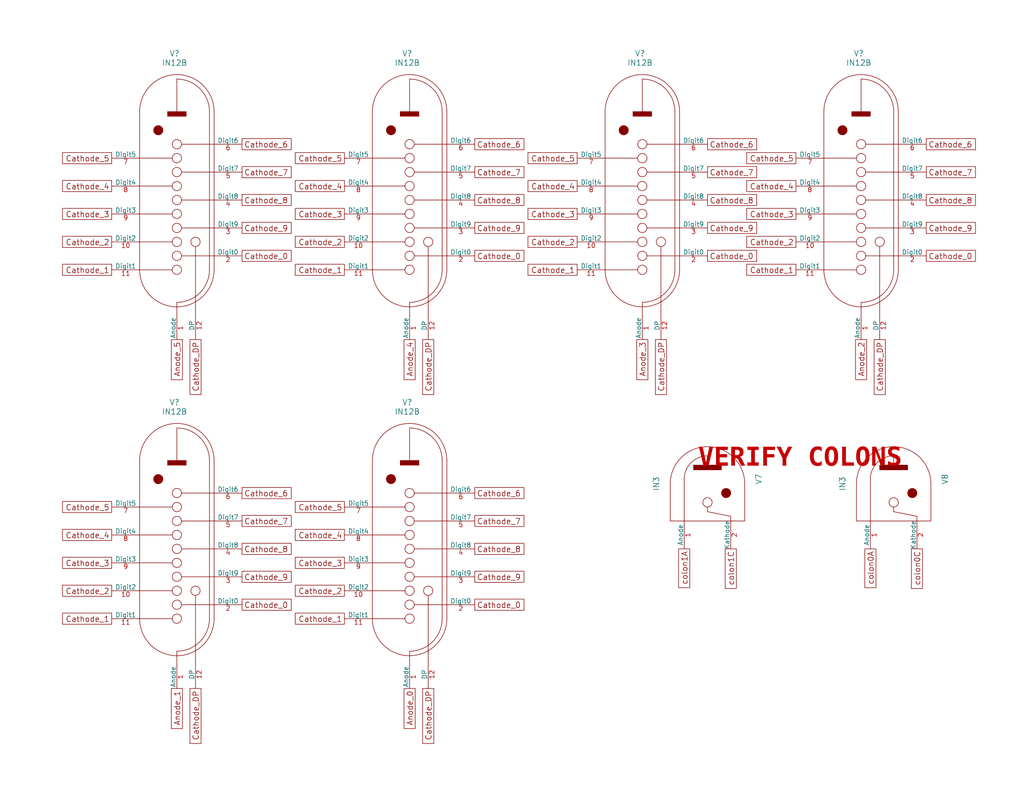
<source format=kicad_sch>
(kicad_sch (version 20230121) (generator eeschema)
  (paper "A")
  (title_block (date "2023-05-21") (rev "PRELIM") (company "Drew Maatman"))
  (lib_symbols
    (symbol "Custom Library:IN12B" (pin_names (offset 0))
      (property "Reference" "V?" (at -1.905 40.005 0))
      (property "Value" "IN12B" (at -1.905 37.465 0))
      (symbol "IN12B_0_1"
        (arc (start -11.43 -19.05) (mid -1.27 -29.1593) (end 8.89 -19.05))
        (circle (center -6.35 19.05) (radius 1.27) (fill (type outline)))
        (arc (start -1.27 -27.94) (mid 5.0109 -25.3309) (end 7.62 -19.05))
        (circle (center -1.27 -19.05) (radius 1.27))
        (circle (center -1.27 -15.24) (radius 1.27))
        (circle (center -1.27 -11.43) (radius 1.27))
        (circle (center -1.27 -7.62) (radius 1.27))
        (circle (center -1.27 -3.81) (radius 1.27))
        (circle (center -1.27 0) (radius 1.27))
        (circle (center -1.27 3.81) (radius 1.27))
        (circle (center -1.27 7.62) (radius 1.27))
        (circle (center -1.27 11.43) (radius 1.27))
        (circle (center -1.27 15.24) (radius 1.27))
        (polyline (pts (xy -11.43 -19.05) (xy -11.43 24.13)))
        (polyline (pts (xy -11.43 -19.05) (xy -2.54 -19.05)))
        (polyline (pts (xy -11.43 -3.81) (xy -2.54 -3.81)))
        (polyline (pts (xy -11.43 3.81) (xy -2.54 3.81)))
        (polyline (pts (xy -11.43 11.43) (xy -2.54 11.43)))
        (polyline (pts (xy -1.27 -31.75) (xy -1.27 -29.21)))
        (polyline (pts (xy -1.27 -27.94) (xy -1.27 -29.21)))
        (polyline (pts (xy -1.27 33.02) (xy -1.27 24.13)))
        (polyline (pts (xy 3.81 -30.48) (xy 3.81 -12.7)))
        (polyline (pts (xy 7.62 24.13) (xy 7.62 -19.05)))
        (polyline (pts (xy 8.89 -15.24) (xy 0 -15.24)))
        (polyline (pts (xy 8.89 -7.62) (xy 0 -7.62)))
        (polyline (pts (xy 8.89 0) (xy 0 0)))
        (polyline (pts (xy 8.89 7.62) (xy 0 7.62)))
        (polyline (pts (xy 8.89 15.24) (xy 0 15.24)))
        (polyline (pts (xy 8.89 24.13) (xy 8.89 -19.05)))
        (polyline (pts (xy -11.43 -11.43) (xy -8.89 -11.43) (xy -8.89 -11.43) (xy -3.81 -11.43) (xy -3.81 -11.43) (xy -2.54 -11.43)))
        (rectangle (start 1.27 22.86) (end -3.81 24.13) (fill (type outline)))
        (circle (center 3.81 -11.43) (radius 1.27))
        (arc (start 7.62 24.13) (mid 5.0109 30.4109) (end -1.27 33.02))
        (arc (start 8.89 24.13) (mid -1.27 34.2391) (end -11.43 24.13))
      )
      (symbol "IN12B_1_1"
        (pin passive line (at -1.27 -38.1 90) (length 6.35) (name "Anode") (number "1"))
        (pin passive line (at -19.05 -11.43 0) (length 7.62) (name "Digit2") (number "10"))
        (pin passive line (at -19.05 -19.05 0) (length 7.62) (name "Digit1") (number "11"))
        (pin passive line (at 3.81 -38.1 90) (length 7.62) (name "DP") (number "12"))
        (pin passive line (at 16.51 -15.24 180) (length 7.62) (name "Digit0") (number "2"))
        (pin passive line (at 16.51 -7.62 180) (length 7.62) (name "Digit9") (number "3"))
        (pin passive line (at 16.51 0 180) (length 7.62) (name "Digit8") (number "4"))
        (pin passive line (at 16.51 7.62 180) (length 7.62) (name "Digit7") (number "5"))
        (pin passive line (at 16.51 15.24 180) (length 7.62) (name "Digit6") (number "6"))
        (pin passive line (at -19.05 11.43 0) (length 7.62) (name "Digit5") (number "7"))
        (pin passive line (at -19.05 3.81 0) (length 7.62) (name "Digit4") (number "8"))
        (pin passive line (at -19.05 -3.81 0) (length 7.62) (name "Digit3") (number "9"))
      )
    )
    (symbol "Nixie-Test-rescue:IN3" (pin_names (offset 0))
      (property "Reference" "V" (at 11.43 -13.97 0))
      (property "Value" "IN3" (at 10.16 13.97 0))
      (symbol "IN3_0_1"
        (polyline (pts (xy 0 6.35) (xy 10.16 6.35)))
        (polyline (pts (xy 10.16 6.35) (xy 11.43 6.35)))
        (polyline (pts (xy 17.78 0) (xy 15.24 0)))
        (polyline (pts (xy 3.81 0) (xy 2.54 0) (xy 1.27 -6.35) (xy 0 -6.35)))
        (polyline (pts (xy 10.16 -10.16) (xy 0 -10.16) (xy 0 10.16) (xy 10.16 10.16)))
        (circle (center 5.08 0) (radius 1.27))
        (circle (center 7.62 -5.08) (radius 1.27) (fill (type outline)))
        (arc (start 10.16 -10.16) (mid 20.2693 0) (end 10.16 10.16))
        (rectangle (start 15.24 -3.81) (end 13.97 3.81) (fill (type outline)))
        (arc (start 17.78 0) (mid 15.9201 4.4901) (end 11.43 6.35))
      )
      (symbol "IN3_1_1"
        (pin power_in line (at -7.62 6.35 0) (length 7.62) (name "Anode") (number "1"))
        (pin input line (at -7.62 -6.35 0) (length 7.62) (name "Kathode") (number "2"))
      )
    )
  )
  (text "VERIFY COLONS" (at 190.5 129.54 0) (effects (font (size 5.08 5.08) (thickness 1.016) bold) (justify left bottom)))
  (global_label "Cathode_9" (shape passive) (at 66.04 62.23 0) (effects (font (size 1.524 1.524))) (property "Intersheetrefs" "${INTERSHEET_REFS}" (effects hide)))
  (global_label "colon1A" (shape passive) (at 186.69 149.86 270) (effects (font (size 1.524 1.524))) (property "Intersheetrefs" "${INTERSHEET_REFS}" (effects hide)))
  (global_label "Cathode_DP" (shape passive) (at 180.34 92.71 270) (effects (font (size 1.524 1.524))) (property "Intersheetrefs" "${INTERSHEET_REFS}" (effects hide)))
  (global_label "Cathode_9" (shape passive) (at 66.04 157.48 0) (effects (font (size 1.524 1.524))) (property "Intersheetrefs" "${INTERSHEET_REFS}" (effects hide)))
  (global_label "Cathode_2" (shape passive) (at 93.98 66.04 180) (effects (font (size 1.524 1.524))) (property "Intersheetrefs" "${INTERSHEET_REFS}" (effects hide)))
  (global_label "Cathode_4" (shape passive) (at 93.98 146.05 180) (effects (font (size 1.524 1.524))) (property "Intersheetrefs" "${INTERSHEET_REFS}" (effects hide)))
  (global_label "Cathode_3" (shape passive) (at 30.48 153.67 180) (effects (font (size 1.524 1.524))) (property "Intersheetrefs" "${INTERSHEET_REFS}" (effects hide)))
  (global_label "Cathode_8" (shape passive) (at 66.04 149.86 0) (effects (font (size 1.524 1.524))) (property "Intersheetrefs" "${INTERSHEET_REFS}" (effects hide)))
  (global_label "Cathode_7" (shape passive) (at 129.54 46.99 0) (effects (font (size 1.524 1.524))) (property "Intersheetrefs" "${INTERSHEET_REFS}" (effects hide)))
  (global_label "Cathode_4" (shape passive) (at 93.98 50.8 180) (effects (font (size 1.524 1.524))) (property "Intersheetrefs" "${INTERSHEET_REFS}" (effects hide)))
  (global_label "Cathode_8" (shape passive) (at 129.54 54.61 0) (effects (font (size 1.524 1.524))) (property "Intersheetrefs" "${INTERSHEET_REFS}" (effects hide)))
  (global_label "Cathode_1" (shape passive) (at 93.98 73.66 180) (effects (font (size 1.524 1.524))) (property "Intersheetrefs" "${INTERSHEET_REFS}" (effects hide)))
  (global_label "Cathode_1" (shape passive) (at 217.17 73.66 180) (effects (font (size 1.524 1.524))) (property "Intersheetrefs" "${INTERSHEET_REFS}" (effects hide)))
  (global_label "colon1C" (shape passive) (at 199.39 149.86 270) (effects (font (size 1.524 1.524))) (property "Intersheetrefs" "${INTERSHEET_REFS}" (effects hide)))
  (global_label "Cathode_2" (shape passive) (at 30.48 161.29 180) (effects (font (size 1.524 1.524))) (property "Intersheetrefs" "${INTERSHEET_REFS}" (effects hide)))
  (global_label "Cathode_8" (shape passive) (at 129.54 149.86 0) (effects (font (size 1.524 1.524))) (property "Intersheetrefs" "${INTERSHEET_REFS}" (effects hide)))
  (global_label "Cathode_1" (shape passive) (at 157.48 73.66 180) (effects (font (size 1.524 1.524))) (property "Intersheetrefs" "${INTERSHEET_REFS}" (effects hide)))
  (global_label "Cathode_6" (shape passive) (at 129.54 39.37 0) (effects (font (size 1.524 1.524))) (property "Intersheetrefs" "${INTERSHEET_REFS}" (effects hide)))
  (global_label "Cathode_0" (shape passive) (at 129.54 165.1 0) (effects (font (size 1.524 1.524))) (property "Intersheetrefs" "${INTERSHEET_REFS}" (effects hide)))
  (global_label "Cathode_0" (shape passive) (at 129.54 69.85 0) (effects (font (size 1.524 1.524))) (property "Intersheetrefs" "${INTERSHEET_REFS}" (effects hide)))
  (global_label "Anode_1" (shape passive) (at 48.26 187.96 270) (effects (font (size 1.524 1.524))) (property "Intersheetrefs" "${INTERSHEET_REFS}" (effects hide)))
  (global_label "Cathode_8" (shape passive) (at 193.04 54.61 0) (effects (font (size 1.524 1.524))) (property "Intersheetrefs" "${INTERSHEET_REFS}" (effects hide)))
  (global_label "Cathode_9" (shape passive) (at 129.54 62.23 0) (effects (font (size 1.524 1.524))) (property "Intersheetrefs" "${INTERSHEET_REFS}" (effects hide)))
  (global_label "Cathode_6" (shape passive) (at 66.04 134.62 0) (effects (font (size 1.524 1.524))) (property "Intersheetrefs" "${INTERSHEET_REFS}" (effects hide)))
  (global_label "Cathode_DP" (shape passive) (at 116.84 187.96 270) (effects (font (size 1.524 1.524))) (property "Intersheetrefs" "${INTERSHEET_REFS}" (effects hide)))
  (global_label "Cathode_9" (shape passive) (at 129.54 157.48 0) (effects (font (size 1.524 1.524))) (property "Intersheetrefs" "${INTERSHEET_REFS}" (effects hide)))
  (global_label "Cathode_7" (shape passive) (at 66.04 46.99 0) (effects (font (size 1.524 1.524))) (property "Intersheetrefs" "${INTERSHEET_REFS}" (effects hide)))
  (global_label "Cathode_5" (shape passive) (at 30.48 138.43 180) (effects (font (size 1.524 1.524))) (property "Intersheetrefs" "${INTERSHEET_REFS}" (effects hide)))
  (global_label "colon0C" (shape passive) (at 250.19 149.86 270) (effects (font (size 1.524 1.524))) (property "Intersheetrefs" "${INTERSHEET_REFS}" (effects hide)))
  (global_label "Cathode_3" (shape passive) (at 30.48 58.42 180) (effects (font (size 1.524 1.524))) (property "Intersheetrefs" "${INTERSHEET_REFS}" (effects hide)))
  (global_label "Cathode_4" (shape passive) (at 30.48 50.8 180) (effects (font (size 1.524 1.524))) (property "Intersheetrefs" "${INTERSHEET_REFS}" (effects hide)))
  (global_label "Cathode_5" (shape passive) (at 30.48 43.18 180) (effects (font (size 1.524 1.524))) (property "Intersheetrefs" "${INTERSHEET_REFS}" (effects hide)))
  (global_label "Cathode_3" (shape passive) (at 93.98 58.42 180) (effects (font (size 1.524 1.524))) (property "Intersheetrefs" "${INTERSHEET_REFS}" (effects hide)))
  (global_label "Cathode_1" (shape passive) (at 30.48 168.91 180) (effects (font (size 1.524 1.524))) (property "Intersheetrefs" "${INTERSHEET_REFS}" (effects hide)))
  (global_label "Cathode_0" (shape passive) (at 66.04 69.85 0) (effects (font (size 1.524 1.524))) (property "Intersheetrefs" "${INTERSHEET_REFS}" (effects hide)))
  (global_label "Cathode_7" (shape passive) (at 252.73 46.99 0) (effects (font (size 1.524 1.524))) (property "Intersheetrefs" "${INTERSHEET_REFS}" (effects hide)))
  (global_label "Anode_4" (shape passive) (at 111.76 92.71 270) (effects (font (size 1.524 1.524))) (property "Intersheetrefs" "${INTERSHEET_REFS}" (effects hide)))
  (global_label "Cathode_2" (shape passive) (at 93.98 161.29 180) (effects (font (size 1.524 1.524))) (property "Intersheetrefs" "${INTERSHEET_REFS}" (effects hide)))
  (global_label "Cathode_0" (shape passive) (at 66.04 165.1 0) (effects (font (size 1.524 1.524))) (property "Intersheetrefs" "${INTERSHEET_REFS}" (effects hide)))
  (global_label "Cathode_DP" (shape passive) (at 53.34 92.71 270) (effects (font (size 1.524 1.524))) (property "Intersheetrefs" "${INTERSHEET_REFS}" (effects hide)))
  (global_label "Cathode_4" (shape passive) (at 157.48 50.8 180) (effects (font (size 1.524 1.524))) (property "Intersheetrefs" "${INTERSHEET_REFS}" (effects hide)))
  (global_label "Cathode_5" (shape passive) (at 93.98 43.18 180) (effects (font (size 1.524 1.524))) (property "Intersheetrefs" "${INTERSHEET_REFS}" (effects hide)))
  (global_label "Cathode_7" (shape passive) (at 129.54 142.24 0) (effects (font (size 1.524 1.524))) (property "Intersheetrefs" "${INTERSHEET_REFS}" (effects hide)))
  (global_label "Cathode_9" (shape passive) (at 193.04 62.23 0) (effects (font (size 1.524 1.524))) (property "Intersheetrefs" "${INTERSHEET_REFS}" (effects hide)))
  (global_label "Cathode_2" (shape passive) (at 157.48 66.04 180) (effects (font (size 1.524 1.524))) (property "Intersheetrefs" "${INTERSHEET_REFS}" (effects hide)))
  (global_label "Cathode_1" (shape passive) (at 30.48 73.66 180) (effects (font (size 1.524 1.524))) (property "Intersheetrefs" "${INTERSHEET_REFS}" (effects hide)))
  (global_label "Cathode_8" (shape passive) (at 66.04 54.61 0) (effects (font (size 1.524 1.524))) (property "Intersheetrefs" "${INTERSHEET_REFS}" (effects hide)))
  (global_label "Cathode_6" (shape passive) (at 129.54 134.62 0) (effects (font (size 1.524 1.524))) (property "Intersheetrefs" "${INTERSHEET_REFS}" (effects hide)))
  (global_label "Cathode_3" (shape passive) (at 93.98 153.67 180) (effects (font (size 1.524 1.524))) (property "Intersheetrefs" "${INTERSHEET_REFS}" (effects hide)))
  (global_label "Cathode_5" (shape passive) (at 93.98 138.43 180) (effects (font (size 1.524 1.524))) (property "Intersheetrefs" "${INTERSHEET_REFS}" (effects hide)))
  (global_label "Anode_2" (shape passive) (at 234.95 92.71 270) (effects (font (size 1.524 1.524))) (property "Intersheetrefs" "${INTERSHEET_REFS}" (effects hide)))
  (global_label "Cathode_2" (shape passive) (at 30.48 66.04 180) (effects (font (size 1.524 1.524))) (property "Intersheetrefs" "${INTERSHEET_REFS}" (effects hide)))
  (global_label "Cathode_4" (shape passive) (at 217.17 50.8 180) (effects (font (size 1.524 1.524))) (property "Intersheetrefs" "${INTERSHEET_REFS}" (effects hide)))
  (global_label "Cathode_6" (shape passive) (at 252.73 39.37 0) (effects (font (size 1.524 1.524))) (property "Intersheetrefs" "${INTERSHEET_REFS}" (effects hide)))
  (global_label "Cathode_7" (shape passive) (at 193.04 46.99 0) (effects (font (size 1.524 1.524))) (property "Intersheetrefs" "${INTERSHEET_REFS}" (effects hide)))
  (global_label "Cathode_8" (shape passive) (at 252.73 54.61 0) (effects (font (size 1.524 1.524))) (property "Intersheetrefs" "${INTERSHEET_REFS}" (effects hide)))
  (global_label "Cathode_5" (shape passive) (at 157.48 43.18 180) (effects (font (size 1.524 1.524))) (property "Intersheetrefs" "${INTERSHEET_REFS}" (effects hide)))
  (global_label "Cathode_DP" (shape passive) (at 53.34 187.96 270) (effects (font (size 1.524 1.524))) (property "Intersheetrefs" "${INTERSHEET_REFS}" (effects hide)))
  (global_label "Cathode_5" (shape passive) (at 217.17 43.18 180) (effects (font (size 1.524 1.524))) (property "Intersheetrefs" "${INTERSHEET_REFS}" (effects hide)))
  (global_label "Anode_0" (shape passive) (at 111.76 187.96 270) (effects (font (size 1.524 1.524))) (property "Intersheetrefs" "${INTERSHEET_REFS}" (effects hide)))
  (global_label "Anode_5" (shape passive) (at 48.26 92.71 270) (effects (font (size 1.524 1.524))) (property "Intersheetrefs" "${INTERSHEET_REFS}" (effects hide)))
  (global_label "Cathode_9" (shape passive) (at 252.73 62.23 0) (effects (font (size 1.524 1.524))) (property "Intersheetrefs" "${INTERSHEET_REFS}" (effects hide)))
  (global_label "Cathode_3" (shape passive) (at 217.17 58.42 180) (effects (font (size 1.524 1.524))) (property "Intersheetrefs" "${INTERSHEET_REFS}" (effects hide)))
  (global_label "Cathode_DP" (shape passive) (at 116.84 92.71 270) (effects (font (size 1.524 1.524))) (property "Intersheetrefs" "${INTERSHEET_REFS}" (effects hide)))
  (global_label "Cathode_DP" (shape passive) (at 240.03 92.71 270) (effects (font (size 1.524 1.524))) (property "Intersheetrefs" "${INTERSHEET_REFS}" (effects hide)))
  (global_label "Cathode_0" (shape passive) (at 252.73 69.85 0) (effects (font (size 1.524 1.524))) (property "Intersheetrefs" "${INTERSHEET_REFS}" (effects hide)))
  (global_label "Cathode_3" (shape passive) (at 157.48 58.42 180) (effects (font (size 1.524 1.524))) (property "Intersheetrefs" "${INTERSHEET_REFS}" (effects hide)))
  (global_label "colon0A" (shape passive) (at 237.49 149.86 270) (effects (font (size 1.524 1.524))) (property "Intersheetrefs" "${INTERSHEET_REFS}" (effects hide)))
  (global_label "Cathode_2" (shape passive) (at 217.17 66.04 180) (effects (font (size 1.524 1.524))) (property "Intersheetrefs" "${INTERSHEET_REFS}" (effects hide)))
  (global_label "Cathode_6" (shape passive) (at 193.04 39.37 0) (effects (font (size 1.524 1.524))) (property "Intersheetrefs" "${INTERSHEET_REFS}" (effects hide)))
  (global_label "Cathode_4" (shape passive) (at 30.48 146.05 180) (effects (font (size 1.524 1.524))) (property "Intersheetrefs" "${INTERSHEET_REFS}" (effects hide)))
  (global_label "Cathode_7" (shape passive) (at 66.04 142.24 0) (effects (font (size 1.524 1.524))) (property "Intersheetrefs" "${INTERSHEET_REFS}" (effects hide)))
  (global_label "Cathode_1" (shape passive) (at 93.98 168.91 180) (effects (font (size 1.524 1.524))) (property "Intersheetrefs" "${INTERSHEET_REFS}" (effects hide)))
  (global_label "Anode_3" (shape passive) (at 175.26 92.71 270) (effects (font (size 1.524 1.524))) (property "Intersheetrefs" "${INTERSHEET_REFS}" (effects hide)))
  (global_label "Cathode_6" (shape passive) (at 66.04 39.37 0) (effects (font (size 1.524 1.524))) (property "Intersheetrefs" "${INTERSHEET_REFS}" (effects hide)))
  (global_label "Cathode_0" (shape passive) (at 193.04 69.85 0) (effects (font (size 1.524 1.524))) (property "Intersheetrefs" "${INTERSHEET_REFS}" (effects hide)))
  (symbol (lib_id "Custom Library:IN12B") (at 176.53 54.61 0) (unit 1)
    (property "Reference" "V?" (at 174.625 14.605 0) (effects (font (size 1.524 1.524))))
    (property "Value" "IN12B" (at 174.625 17.145 0) (effects (font (size 1.524 1.524))))
    (property "Footprint" "Custom Footprints Library:IN-12B" (effects hide))
    (property "Datasheet" "http://www.tube-tester.com/sites/nixie/dat_arch/IN-12A_IN-12B_03.pdf" (effects hide))
  )
  (symbol (lib_id "Nixie-Test-rescue:IN3") (at 243.84 142.24 90) (unit 1)
    (property "Reference" "V8" (at 257.81 130.81 0) (effects (font (size 1.524 1.524))))
    (property "Value" "IN3" (at 229.87 132.08 0) (effects (font (size 1.524 1.524))))
    (property "Footprint" "LEDs:LED_D5.0mm" (effects hide))
    (instances (project "Nixie Test" (path "" (reference "V8") (unit 1))) (project "IN12_carrier" (path "" (reference "V?") (unit 1))))
  )
  (symbol (lib_id "Custom Library:IN12B") (at 113.03 149.86 0) (unit 1)
    (property "Reference" "V?" (at 111.125 109.855 0) (effects (font (size 1.524 1.524))))
    (property "Value" "IN12B" (at 111.125 112.395 0) (effects (font (size 1.524 1.524))))
    (property "Footprint" "Custom Footprints Library:IN-12B" (effects hide))
    (property "Datasheet" "http://www.tube-tester.com/sites/nixie/dat_arch/IN-12A_IN-12B_03.pdf" (effects hide))
  )
  (symbol (lib_id "Custom Library:IN12B") (at 49.53 149.86 0) (unit 1)
    (property "Reference" "V?" (at 47.625 109.855 0) (effects (font (size 1.524 1.524))))
    (property "Value" "IN12B" (at 47.625 112.395 0) (effects (font (size 1.524 1.524))))
    (property "Footprint" "Custom Footprints Library:IN-12B" (effects hide))
    (property "Datasheet" "http://www.tube-tester.com/sites/nixie/dat_arch/IN-12A_IN-12B_03.pdf" (effects hide))
  )
  (symbol (lib_id "Custom Library:IN12B") (at 49.53 54.61 0) (unit 1)
    (property "Reference" "V?" (at 47.625 14.605 0) (effects (font (size 1.524 1.524))))
    (property "Value" "IN12B" (at 47.625 17.145 0) (effects (font (size 1.524 1.524))))
    (property "Footprint" "Custom Footprints Library:IN-12B" (effects hide))
    (property "Datasheet" "http://www.tube-tester.com/sites/nixie/dat_arch/IN-12A_IN-12B_03.pdf" (effects hide))
  )
  (symbol (lib_id "Nixie-Test-rescue:IN3") (at 193.04 142.24 90) (unit 1)
    (property "Reference" "V7" (at 207.01 130.81 0) (effects (font (size 1.524 1.524))))
    (property "Value" "IN3" (at 179.07 132.08 0) (effects (font (size 1.524 1.524))))
    (property "Footprint" "LEDs:LED_D5.0mm" (effects hide))
    (instances (project "Nixie Test" (path "" (reference "V7") (unit 1))) (project "IN12_carrier" (path "" (reference "V?") (unit 1))))
  )
  (symbol (lib_id "Custom Library:IN12B") (at 236.22 54.61 0) (unit 1)
    (property "Reference" "V?" (at 234.315 14.605 0) (effects (font (size 1.524 1.524))))
    (property "Value" "IN12B" (at 234.315 17.145 0) (effects (font (size 1.524 1.524))))
    (property "Footprint" "Custom Footprints Library:IN-12B" (effects hide))
    (property "Datasheet" "http://www.tube-tester.com/sites/nixie/dat_arch/IN-12A_IN-12B_03.pdf" (effects hide))
  )
  (symbol (lib_id "Custom Library:IN12B") (at 113.03 54.61 0) (unit 1)
    (property "Reference" "V?" (at 111.125 14.605 0) (effects (font (size 1.524 1.524))))
    (property "Value" "IN12B" (at 111.125 17.145 0) (effects (font (size 1.524 1.524))))
    (property "Footprint" "Custom Footprints Library:IN-12B" (effects hide))
    (property "Datasheet" "http://www.tube-tester.com/sites/nixie/dat_arch/IN-12A_IN-12B_03.pdf" (effects hide))
  )
)
</source>
